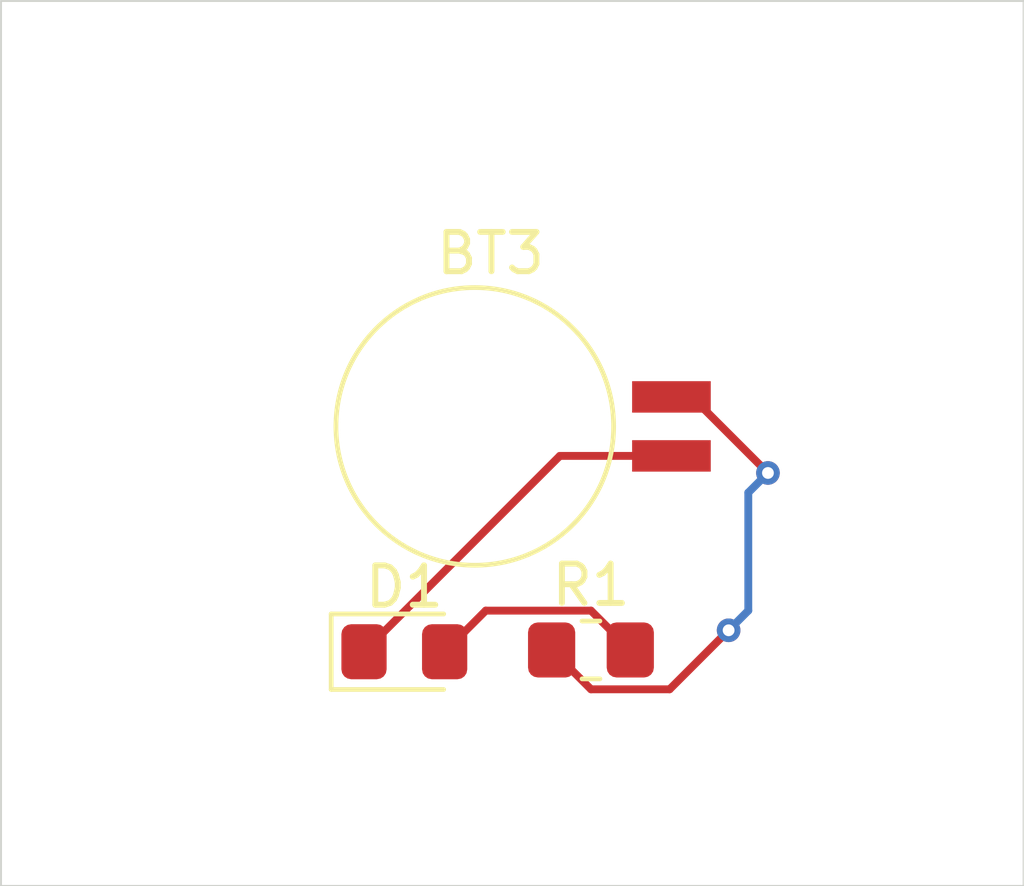
<source format=kicad_pcb>
(kicad_pcb (version 20240108) (generator "pcbnew") (generator_version "8.0")
  (title_block (title "LED Demo") (date "2024-10-08") (rev "1.0"))
  (layers (0 "F.Cu" signal) (31 "B.Cu" signal) (34 "B.Paste" user) (35 "F.Paste" user) (36 "B.SilkS" user "B.Silkscreen") (37 "F.SilkS" user "F.Silkscreen") (38 "B.Mask" user) (39 "F.Mask" user) (44 "Edge.Cuts" user))
  (net 0 "")
  (net 1 "Net-(BT3--)")
  (net 2 "Net-(BT3-+)")
  (net 3 "Net-(D1-A)")
  (footprint "Resistor_SMD:R_0805_2012Metric_Pad1.20x1.40mm_HandSolder" (layer "F.Cu") (at 137 91.5)
    (property "Reference" "R1" (at 0 -1.65 0) (layer "F.SilkS"))
    (property "Value" "R")
    (fp_line (start -0.227064 -0.735) (end 0.227064 -0.735) (stroke (width 0.12)) (layer "F.SilkS"))
    (fp_line (start -0.227064 0.735) (end 0.227064 0.735) (stroke (width 0.12)) (layer "F.SilkS"))
    (pad "1" smd roundrect (at -1 0) (size 1.2 1.4) (layers "F.Cu" "F.Paste" "F.Mask") (roundrect_rratio 0.208333) (net 2 "Net-(BT3-+)"))
    (pad "2" smd roundrect (at 1 0) (size 1.2 1.4) (layers "F.Cu" "F.Paste" "F.Mask") (roundrect_rratio 0.208333) (net 3 "Net-(D1-A)"))
  )
  (footprint "LED_SMD:LED_0805_2012Metric_Pad1.15x1.40mm_HandSolder" (layer "F.Cu") (at 132.255 91.545)
    (property "Reference" "D1" (at 0 -1.65 0) (layer "F.SilkS"))
    (property "Value" "LED")
    (fp_line (start -1.86 -0.96) (end -1.86 0.96) (stroke (width 0.12)) (layer "F.SilkS"))
    (fp_line (start -1.86 0.96) (end 1 0.96) (stroke (width 0.12)) (layer "F.SilkS"))
    (fp_line (start 1 -0.96) (end -1.86 -0.96) (stroke (width 0.12)) (layer "F.SilkS"))
    (pad "1" smd roundrect (at -1.025 0) (size 1.15 1.4) (layers "F.Cu" "F.Paste" "F.Mask") (roundrect_rratio 0.217391) (net 1 "Net-(BT3--)"))
    (pad "2" smd roundrect (at 1.025 0) (size 1.15 1.4) (layers "F.Cu" "F.Paste" "F.Mask") (roundrect_rratio 0.217391) (net 3 "Net-(D1-A)"))
  )
  (footprint "Battery:BatteryHolder_Seiko_MS621F" (layer "F.Cu") (at 139.046204 85.816204)
    (property "Reference" "BT3" (at -4.6 -4.4 0) (layer "F.SilkS"))
    (property "Value" "Battery_Cell")
    (fp_circle (center -5 0) (end -1.47 0) (stroke (width 0.12)) (fill none) (layer "F.SilkS"))
    (pad "1" smd rect (at 0 -0.75) (size 2 0.8) (layers "F.Cu" "F.Paste" "F.Mask") (net 2 "Net-(BT3-+)"))
    (pad "2" smd rect (at 0 0.75) (size 2 0.8) (layers "F.Cu" "F.Paste" "F.Mask") (net 1 "Net-(BT3--)"))
  )
  (gr_rect (start 122 75) (end 148 97.5) (stroke (width 0.05)) (fill none) (layer "Edge.Cuts"))
  (segment (start 136.208796 86.566204) (end 131.23 91.545) (width 0.2) (layer "F.Cu") (net 1))
  (segment (start 139.046204 86.566204) (end 136.208796 86.566204) (width 0.2) (layer "F.Cu") (net 1))
  (segment (start 139.566204 85.066204) (end 139.046204 85.066204) (width 0.2) (layer "F.Cu") (net 2))
  (segment (start 136 91.5) (end 137 92.5) (width 0.2) (layer "F.Cu") (net 2))
  (segment (start 139 92.5) (end 140.5 91) (width 0.2) (layer "F.Cu") (net 2))
  (segment (start 137 92.5) (end 139 92.5) (width 0.2) (layer "F.Cu") (net 2))
  (segment (start 141.5 87) (end 139.566204 85.066204) (width 0.2) (layer "F.Cu") (net 2))
  (via (at 140.5 91) (size 0.6) (drill 0.3) (layers "F.Cu" "B.Cu") (net 2))
  (via (at 141.5 87) (size 0.6) (drill 0.3) (layers "F.Cu" "B.Cu") (net 2))
  (segment (start 141 90.5) (end 141 87.5) (width 0.2) (layer "B.Cu") (net 2))
  (segment (start 141 87.5) (end 141.5 87) (width 0.2) (layer "B.Cu") (net 2))
  (segment (start 140.5 91) (end 141 90.5) (width 0.2) (layer "B.Cu") (net 2))
  (segment (start 133.28 91.545) (end 134.325 90.5) (width 0.2) (layer "F.Cu") (net 3))
  (segment (start 137 90.5) (end 138 91.5) (width 0.2) (layer "F.Cu") (net 3))
  (segment (start 134.325 90.5) (end 137 90.5) (width 0.2) (layer "F.Cu") (net 3))
)
</source>
